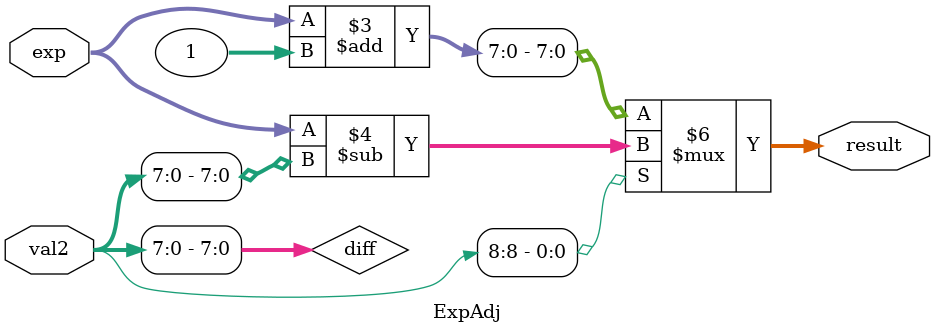
<source format=v>

module ExpAdj(input [7:0] exp, input [8:0] val2, output [7:0] result);

	reg [7:0] diff;
	
	always @ (exp or val2) begin
		result = exp;
		diff = val2[7:0];
		if (val2[8] == 0) begin
			result = result + 1;
		end
		else begin
			result = result - diff;
		end
	end

endmodule

</source>
